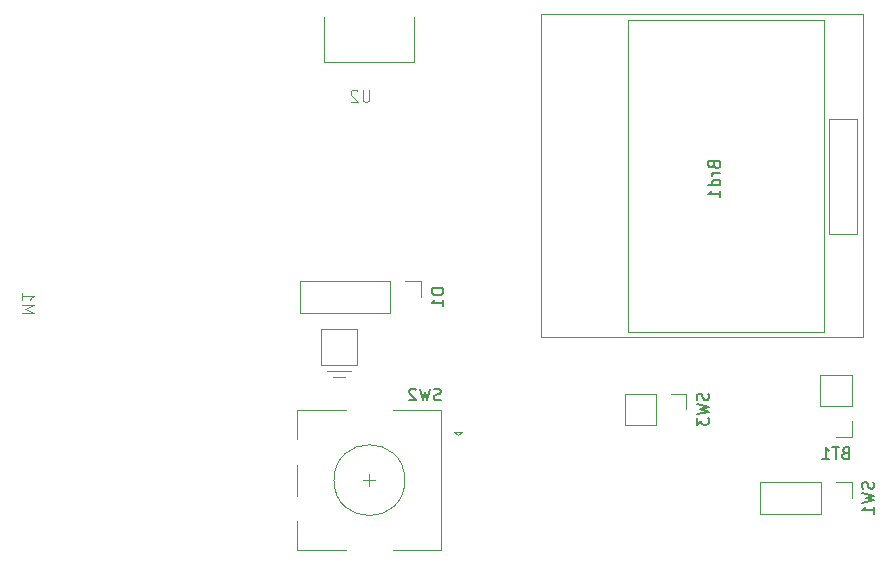
<source format=gbr>
%TF.GenerationSoftware,KiCad,Pcbnew,9.0.6*%
%TF.CreationDate,2026-02-02T20:02:42-08:00*%
%TF.ProjectId,Display Device,44697370-6c61-4792-9044-65766963652e,rev?*%
%TF.SameCoordinates,Original*%
%TF.FileFunction,Legend,Bot*%
%TF.FilePolarity,Positive*%
%FSLAX46Y46*%
G04 Gerber Fmt 4.6, Leading zero omitted, Abs format (unit mm)*
G04 Created by KiCad (PCBNEW 9.0.6) date 2026-02-02 20:02:42*
%MOMM*%
%LPD*%
G01*
G04 APERTURE LIST*
%ADD10C,0.150000*%
%ADD11C,0.100000*%
%ADD12C,0.120000*%
G04 APERTURE END LIST*
D10*
X209677009Y-60833333D02*
X209724628Y-60976190D01*
X209724628Y-60976190D02*
X209772247Y-61023809D01*
X209772247Y-61023809D02*
X209867485Y-61071428D01*
X209867485Y-61071428D02*
X210010342Y-61071428D01*
X210010342Y-61071428D02*
X210105580Y-61023809D01*
X210105580Y-61023809D02*
X210153200Y-60976190D01*
X210153200Y-60976190D02*
X210200819Y-60880952D01*
X210200819Y-60880952D02*
X210200819Y-60500000D01*
X210200819Y-60500000D02*
X209200819Y-60500000D01*
X209200819Y-60500000D02*
X209200819Y-60833333D01*
X209200819Y-60833333D02*
X209248438Y-60928571D01*
X209248438Y-60928571D02*
X209296057Y-60976190D01*
X209296057Y-60976190D02*
X209391295Y-61023809D01*
X209391295Y-61023809D02*
X209486533Y-61023809D01*
X209486533Y-61023809D02*
X209581771Y-60976190D01*
X209581771Y-60976190D02*
X209629390Y-60928571D01*
X209629390Y-60928571D02*
X209677009Y-60833333D01*
X209677009Y-60833333D02*
X209677009Y-60500000D01*
X210200819Y-61500000D02*
X209534152Y-61500000D01*
X209724628Y-61500000D02*
X209629390Y-61547619D01*
X209629390Y-61547619D02*
X209581771Y-61595238D01*
X209581771Y-61595238D02*
X209534152Y-61690476D01*
X209534152Y-61690476D02*
X209534152Y-61785714D01*
X210200819Y-62547619D02*
X209200819Y-62547619D01*
X210153200Y-62547619D02*
X210200819Y-62452381D01*
X210200819Y-62452381D02*
X210200819Y-62261905D01*
X210200819Y-62261905D02*
X210153200Y-62166667D01*
X210153200Y-62166667D02*
X210105580Y-62119048D01*
X210105580Y-62119048D02*
X210010342Y-62071429D01*
X210010342Y-62071429D02*
X209724628Y-62071429D01*
X209724628Y-62071429D02*
X209629390Y-62119048D01*
X209629390Y-62119048D02*
X209581771Y-62166667D01*
X209581771Y-62166667D02*
X209534152Y-62261905D01*
X209534152Y-62261905D02*
X209534152Y-62452381D01*
X209534152Y-62452381D02*
X209581771Y-62547619D01*
X210200819Y-63547619D02*
X210200819Y-62976191D01*
X210200819Y-63261905D02*
X209200819Y-63261905D01*
X209200819Y-63261905D02*
X209343676Y-63166667D01*
X209343676Y-63166667D02*
X209438914Y-63071429D01*
X209438914Y-63071429D02*
X209486533Y-62976191D01*
X220785714Y-85201009D02*
X220642857Y-85248628D01*
X220642857Y-85248628D02*
X220595238Y-85296247D01*
X220595238Y-85296247D02*
X220547619Y-85391485D01*
X220547619Y-85391485D02*
X220547619Y-85534342D01*
X220547619Y-85534342D02*
X220595238Y-85629580D01*
X220595238Y-85629580D02*
X220642857Y-85677200D01*
X220642857Y-85677200D02*
X220738095Y-85724819D01*
X220738095Y-85724819D02*
X221119047Y-85724819D01*
X221119047Y-85724819D02*
X221119047Y-84724819D01*
X221119047Y-84724819D02*
X220785714Y-84724819D01*
X220785714Y-84724819D02*
X220690476Y-84772438D01*
X220690476Y-84772438D02*
X220642857Y-84820057D01*
X220642857Y-84820057D02*
X220595238Y-84915295D01*
X220595238Y-84915295D02*
X220595238Y-85010533D01*
X220595238Y-85010533D02*
X220642857Y-85105771D01*
X220642857Y-85105771D02*
X220690476Y-85153390D01*
X220690476Y-85153390D02*
X220785714Y-85201009D01*
X220785714Y-85201009D02*
X221119047Y-85201009D01*
X220261904Y-84724819D02*
X219690476Y-84724819D01*
X219976190Y-85724819D02*
X219976190Y-84724819D01*
X218833333Y-85724819D02*
X219404761Y-85724819D01*
X219119047Y-85724819D02*
X219119047Y-84724819D01*
X219119047Y-84724819D02*
X219214285Y-84867676D01*
X219214285Y-84867676D02*
X219309523Y-84962914D01*
X219309523Y-84962914D02*
X219404761Y-85010533D01*
X186533332Y-80707200D02*
X186390475Y-80754819D01*
X186390475Y-80754819D02*
X186152380Y-80754819D01*
X186152380Y-80754819D02*
X186057142Y-80707200D01*
X186057142Y-80707200D02*
X186009523Y-80659580D01*
X186009523Y-80659580D02*
X185961904Y-80564342D01*
X185961904Y-80564342D02*
X185961904Y-80469104D01*
X185961904Y-80469104D02*
X186009523Y-80373866D01*
X186009523Y-80373866D02*
X186057142Y-80326247D01*
X186057142Y-80326247D02*
X186152380Y-80278628D01*
X186152380Y-80278628D02*
X186342856Y-80231009D01*
X186342856Y-80231009D02*
X186438094Y-80183390D01*
X186438094Y-80183390D02*
X186485713Y-80135771D01*
X186485713Y-80135771D02*
X186533332Y-80040533D01*
X186533332Y-80040533D02*
X186533332Y-79945295D01*
X186533332Y-79945295D02*
X186485713Y-79850057D01*
X186485713Y-79850057D02*
X186438094Y-79802438D01*
X186438094Y-79802438D02*
X186342856Y-79754819D01*
X186342856Y-79754819D02*
X186104761Y-79754819D01*
X186104761Y-79754819D02*
X185961904Y-79802438D01*
X185628570Y-79754819D02*
X185390475Y-80754819D01*
X185390475Y-80754819D02*
X185199999Y-80040533D01*
X185199999Y-80040533D02*
X185009523Y-80754819D01*
X185009523Y-80754819D02*
X184771428Y-79754819D01*
X184438094Y-79850057D02*
X184390475Y-79802438D01*
X184390475Y-79802438D02*
X184295237Y-79754819D01*
X184295237Y-79754819D02*
X184057142Y-79754819D01*
X184057142Y-79754819D02*
X183961904Y-79802438D01*
X183961904Y-79802438D02*
X183914285Y-79850057D01*
X183914285Y-79850057D02*
X183866666Y-79945295D01*
X183866666Y-79945295D02*
X183866666Y-80040533D01*
X183866666Y-80040533D02*
X183914285Y-80183390D01*
X183914285Y-80183390D02*
X184485713Y-80754819D01*
X184485713Y-80754819D02*
X183866666Y-80754819D01*
X223177200Y-87666667D02*
X223224819Y-87809524D01*
X223224819Y-87809524D02*
X223224819Y-88047619D01*
X223224819Y-88047619D02*
X223177200Y-88142857D01*
X223177200Y-88142857D02*
X223129580Y-88190476D01*
X223129580Y-88190476D02*
X223034342Y-88238095D01*
X223034342Y-88238095D02*
X222939104Y-88238095D01*
X222939104Y-88238095D02*
X222843866Y-88190476D01*
X222843866Y-88190476D02*
X222796247Y-88142857D01*
X222796247Y-88142857D02*
X222748628Y-88047619D01*
X222748628Y-88047619D02*
X222701009Y-87857143D01*
X222701009Y-87857143D02*
X222653390Y-87761905D01*
X222653390Y-87761905D02*
X222605771Y-87714286D01*
X222605771Y-87714286D02*
X222510533Y-87666667D01*
X222510533Y-87666667D02*
X222415295Y-87666667D01*
X222415295Y-87666667D02*
X222320057Y-87714286D01*
X222320057Y-87714286D02*
X222272438Y-87761905D01*
X222272438Y-87761905D02*
X222224819Y-87857143D01*
X222224819Y-87857143D02*
X222224819Y-88095238D01*
X222224819Y-88095238D02*
X222272438Y-88238095D01*
X222224819Y-88571429D02*
X223224819Y-88809524D01*
X223224819Y-88809524D02*
X222510533Y-89000000D01*
X222510533Y-89000000D02*
X223224819Y-89190476D01*
X223224819Y-89190476D02*
X222224819Y-89428572D01*
X223224819Y-90333333D02*
X223224819Y-89761905D01*
X223224819Y-90047619D02*
X222224819Y-90047619D01*
X222224819Y-90047619D02*
X222367676Y-89952381D01*
X222367676Y-89952381D02*
X222462914Y-89857143D01*
X222462914Y-89857143D02*
X222510533Y-89761905D01*
X186764819Y-71261905D02*
X185764819Y-71261905D01*
X185764819Y-71261905D02*
X185764819Y-71500000D01*
X185764819Y-71500000D02*
X185812438Y-71642857D01*
X185812438Y-71642857D02*
X185907676Y-71738095D01*
X185907676Y-71738095D02*
X186002914Y-71785714D01*
X186002914Y-71785714D02*
X186193390Y-71833333D01*
X186193390Y-71833333D02*
X186336247Y-71833333D01*
X186336247Y-71833333D02*
X186526723Y-71785714D01*
X186526723Y-71785714D02*
X186621961Y-71738095D01*
X186621961Y-71738095D02*
X186717200Y-71642857D01*
X186717200Y-71642857D02*
X186764819Y-71500000D01*
X186764819Y-71500000D02*
X186764819Y-71261905D01*
X186764819Y-72785714D02*
X186764819Y-72214286D01*
X186764819Y-72500000D02*
X185764819Y-72500000D01*
X185764819Y-72500000D02*
X185907676Y-72404762D01*
X185907676Y-72404762D02*
X186002914Y-72309524D01*
X186002914Y-72309524D02*
X186050533Y-72214286D01*
D11*
X151082580Y-73309523D02*
X152082580Y-73309523D01*
X152082580Y-73309523D02*
X151368295Y-72976190D01*
X151368295Y-72976190D02*
X152082580Y-72642857D01*
X152082580Y-72642857D02*
X151082580Y-72642857D01*
X151082580Y-71642857D02*
X151082580Y-72214285D01*
X151082580Y-71928571D02*
X152082580Y-71928571D01*
X152082580Y-71928571D02*
X151939723Y-72023809D01*
X151939723Y-72023809D02*
X151844485Y-72119047D01*
X151844485Y-72119047D02*
X151796866Y-72214285D01*
D10*
X209177200Y-80166667D02*
X209224819Y-80309524D01*
X209224819Y-80309524D02*
X209224819Y-80547619D01*
X209224819Y-80547619D02*
X209177200Y-80642857D01*
X209177200Y-80642857D02*
X209129580Y-80690476D01*
X209129580Y-80690476D02*
X209034342Y-80738095D01*
X209034342Y-80738095D02*
X208939104Y-80738095D01*
X208939104Y-80738095D02*
X208843866Y-80690476D01*
X208843866Y-80690476D02*
X208796247Y-80642857D01*
X208796247Y-80642857D02*
X208748628Y-80547619D01*
X208748628Y-80547619D02*
X208701009Y-80357143D01*
X208701009Y-80357143D02*
X208653390Y-80261905D01*
X208653390Y-80261905D02*
X208605771Y-80214286D01*
X208605771Y-80214286D02*
X208510533Y-80166667D01*
X208510533Y-80166667D02*
X208415295Y-80166667D01*
X208415295Y-80166667D02*
X208320057Y-80214286D01*
X208320057Y-80214286D02*
X208272438Y-80261905D01*
X208272438Y-80261905D02*
X208224819Y-80357143D01*
X208224819Y-80357143D02*
X208224819Y-80595238D01*
X208224819Y-80595238D02*
X208272438Y-80738095D01*
X208224819Y-81071429D02*
X209224819Y-81309524D01*
X209224819Y-81309524D02*
X208510533Y-81500000D01*
X208510533Y-81500000D02*
X209224819Y-81690476D01*
X209224819Y-81690476D02*
X208224819Y-81928572D01*
X208224819Y-82214286D02*
X208224819Y-82833333D01*
X208224819Y-82833333D02*
X208605771Y-82500000D01*
X208605771Y-82500000D02*
X208605771Y-82642857D01*
X208605771Y-82642857D02*
X208653390Y-82738095D01*
X208653390Y-82738095D02*
X208701009Y-82785714D01*
X208701009Y-82785714D02*
X208796247Y-82833333D01*
X208796247Y-82833333D02*
X209034342Y-82833333D01*
X209034342Y-82833333D02*
X209129580Y-82785714D01*
X209129580Y-82785714D02*
X209177200Y-82738095D01*
X209177200Y-82738095D02*
X209224819Y-82642857D01*
X209224819Y-82642857D02*
X209224819Y-82357143D01*
X209224819Y-82357143D02*
X209177200Y-82261905D01*
X209177200Y-82261905D02*
X209129580Y-82214286D01*
D11*
X180491904Y-54457419D02*
X180491904Y-55266942D01*
X180491904Y-55266942D02*
X180444285Y-55362180D01*
X180444285Y-55362180D02*
X180396666Y-55409800D01*
X180396666Y-55409800D02*
X180301428Y-55457419D01*
X180301428Y-55457419D02*
X180110952Y-55457419D01*
X180110952Y-55457419D02*
X180015714Y-55409800D01*
X180015714Y-55409800D02*
X179968095Y-55362180D01*
X179968095Y-55362180D02*
X179920476Y-55266942D01*
X179920476Y-55266942D02*
X179920476Y-54457419D01*
X179491904Y-54552657D02*
X179444285Y-54505038D01*
X179444285Y-54505038D02*
X179349047Y-54457419D01*
X179349047Y-54457419D02*
X179110952Y-54457419D01*
X179110952Y-54457419D02*
X179015714Y-54505038D01*
X179015714Y-54505038D02*
X178968095Y-54552657D01*
X178968095Y-54552657D02*
X178920476Y-54647895D01*
X178920476Y-54647895D02*
X178920476Y-54743133D01*
X178920476Y-54743133D02*
X178968095Y-54885990D01*
X178968095Y-54885990D02*
X179539523Y-55457419D01*
X179539523Y-55457419D02*
X178920476Y-55457419D01*
D12*
%TO.C,Brd1*%
X195000000Y-48000000D02*
X195000000Y-75400000D01*
X195000000Y-75400000D02*
X222300000Y-75400000D01*
X202380000Y-48538000D02*
X219017000Y-48538000D01*
X202405000Y-51878000D02*
X202380000Y-48538000D01*
X202405000Y-51878000D02*
X202405000Y-74978000D01*
X202405000Y-74978000D02*
X219005000Y-74978000D01*
X219005000Y-51878000D02*
X219005000Y-48792000D01*
X219005000Y-74978000D02*
X219005000Y-51878000D01*
X219017000Y-48538000D02*
X219005000Y-48792000D01*
X219398000Y-56920000D02*
X219398000Y-66699000D01*
X221811000Y-56920000D02*
X219398000Y-56920000D01*
X221811000Y-66699000D02*
X219398000Y-66699000D01*
X221811000Y-66699000D02*
X221811000Y-56920000D01*
X222300000Y-48000000D02*
X195000000Y-48000000D01*
X222300000Y-75400000D02*
X222300000Y-48000000D01*
%TO.C,BT1*%
X218670000Y-78630000D02*
X221330000Y-78630000D01*
X218670000Y-81230000D02*
X218670000Y-78630000D01*
X218670000Y-81230000D02*
X221330000Y-81230000D01*
X220000000Y-83830000D02*
X221330000Y-83830000D01*
X221330000Y-81230000D02*
X221330000Y-78630000D01*
X221330000Y-83830000D02*
X221330000Y-82500000D01*
%TO.C,SW2*%
X174400000Y-81600000D02*
X174400000Y-84000000D01*
X174400000Y-86200000D02*
X174400000Y-88800000D01*
X174400000Y-91000000D02*
X174400000Y-93400000D01*
X174400000Y-93400000D02*
X178500000Y-93400000D01*
X178500000Y-81600000D02*
X174400000Y-81600000D01*
X180500000Y-87000000D02*
X180500000Y-88000000D01*
X181000000Y-87500000D02*
X180000000Y-87500000D01*
X182500000Y-81600000D02*
X186600000Y-81600000D01*
X182500000Y-93400000D02*
X186600000Y-93400000D01*
X186600000Y-81600000D02*
X186600000Y-93400000D01*
X187700000Y-83400000D02*
X188000000Y-83700000D01*
X188000000Y-83700000D02*
X188300000Y-83400000D01*
X188300000Y-83400000D02*
X187700000Y-83400000D01*
X183500000Y-87500000D02*
G75*
G02*
X177500000Y-87500000I-3000000J0D01*
G01*
X177500000Y-87500000D02*
G75*
G02*
X183500000Y-87500000I3000000J0D01*
G01*
%TO.C,SW1*%
X213590000Y-90330000D02*
X213590000Y-87670000D01*
X218730000Y-87670000D02*
X213590000Y-87670000D01*
X218730000Y-90330000D02*
X213590000Y-90330000D01*
X218730000Y-90330000D02*
X218730000Y-87670000D01*
X221330000Y-87670000D02*
X220000000Y-87670000D01*
X221330000Y-89000000D02*
X221330000Y-87670000D01*
%TO.C,D1*%
X174590000Y-73330000D02*
X174590000Y-70670000D01*
X182270000Y-70670000D02*
X174590000Y-70670000D01*
X182270000Y-73330000D02*
X174590000Y-73330000D01*
X182270000Y-73330000D02*
X182270000Y-70670000D01*
X184870000Y-70670000D02*
X183540000Y-70670000D01*
X184870000Y-72000000D02*
X184870000Y-70670000D01*
%TO.C,SW3*%
X202130000Y-82830000D02*
X202130000Y-80170000D01*
X204730000Y-80170000D02*
X202130000Y-80170000D01*
X204730000Y-82830000D02*
X202130000Y-82830000D01*
X204730000Y-82830000D02*
X204730000Y-80170000D01*
X207330000Y-80170000D02*
X206000000Y-80170000D01*
X207330000Y-81500000D02*
X207330000Y-80170000D01*
D11*
%TO.C,U2*%
X176436000Y-74676000D02*
X176436000Y-77724000D01*
X176436000Y-77724000D02*
X179484000Y-77724000D01*
X176690000Y-52070000D02*
X176690000Y-48260000D01*
X178468000Y-78740000D02*
X177452000Y-78740000D01*
X178976000Y-78232000D02*
X176944000Y-78232000D01*
X179484000Y-74676000D02*
X176436000Y-74676000D01*
X179484000Y-77724000D02*
X179484000Y-74676000D01*
X184310000Y-48260000D02*
X184310000Y-52070000D01*
X184310000Y-52070000D02*
X176690000Y-52070000D01*
%TD*%
M02*

</source>
